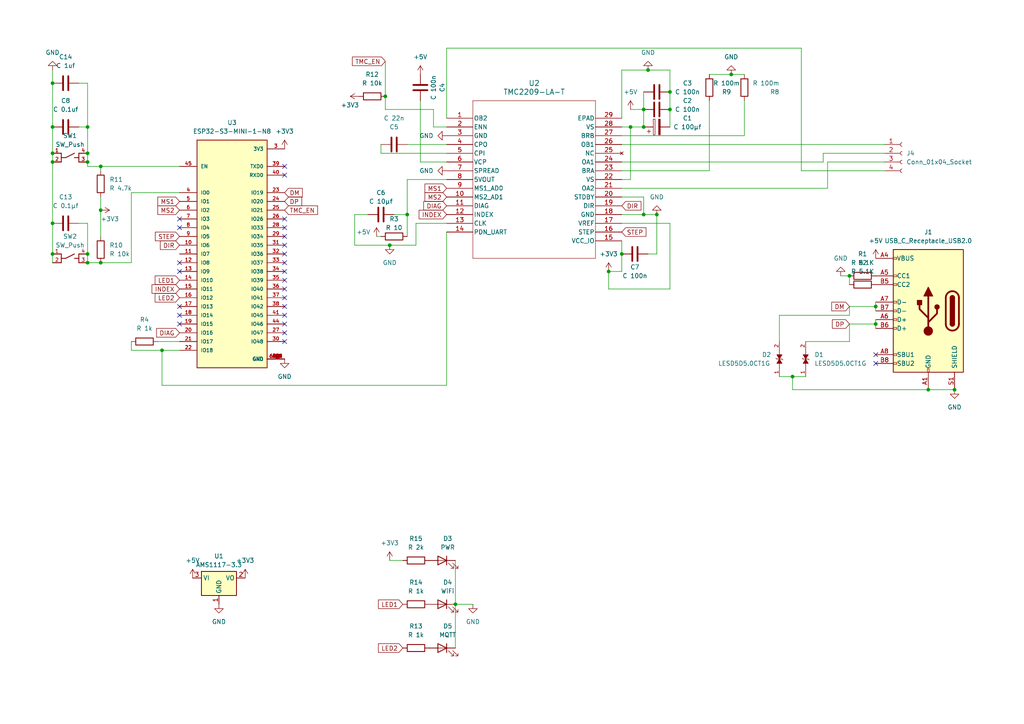
<source format=kicad_sch>
(kicad_sch (version 20230121) (generator eeschema)
  (paper "A4")
  (title_block (title "ESP 32 stepper motor driver") (date "2025-03-13") (rev "0.1"))
  (lib_symbols
    (symbol "Connector:Conn_01x04_Socket" (pin_names (offset 1.016) hide)
      (property "Reference" "J" (at 0 5.08 0))
      (property "Value" "Conn_01x04_Socket" (at 0 -7.62 0))
      (symbol "Conn_01x04_Socket_1_1"
        (arc (start 0 -4.572) (mid -0.5058 -5.08) (end 0 -5.588) (stroke (width 0.1524)))
        (arc (start 0 -2.032) (mid -0.5058 -2.54) (end 0 -3.048) (stroke (width 0.1524)))
        (polyline (pts (xy -1.27 -5.08) (xy -0.508 -5.08)) (stroke (width 0.1524)))
        (polyline (pts (xy -1.27 -2.54) (xy -0.508 -2.54)) (stroke (width 0.1524)))
        (polyline (pts (xy -1.27 0) (xy -0.508 0)) (stroke (width 0.1524)))
        (polyline (pts (xy -1.27 2.54) (xy -0.508 2.54)) (stroke (width 0.1524)))
        (arc (start 0 0.508) (mid -0.5058 0) (end 0 -0.508) (stroke (width 0.1524)))
        (arc (start 0 3.048) (mid -0.5058 2.54) (end 0 2.032) (stroke (width 0.1524)))
        (pin passive line (at -5.08 2.54 0) (length 3.81) (name "Pin_1") (number "1"))
        (pin passive line (at -5.08 0 0) (length 3.81) (name "Pin_2") (number "2"))
        (pin passive line (at -5.08 -2.54 0) (length 3.81) (name "Pin_3") (number "3"))
        (pin passive line (at -5.08 -5.08 0) (length 3.81) (name "Pin_4") (number "4"))
      )
    )
    (symbol "Connector:USB_C_Receptacle_USB2.0" (pin_names (offset 1.016))
      (property "Reference" "J" (at -10.16 19.05 0))
      (property "Value" "USB_C_Receptacle_USB2.0" (at 19.05 19.05 0))
      (symbol "USB_C_Receptacle_USB2.0_0_0"
        (rectangle (start -0.254 -17.78) (end 0.254 -16.764))
        (rectangle (start 10.16 -14.986) (end 9.144 -15.494))
        (rectangle (start 10.16 -12.446) (end 9.144 -12.954))
        (rectangle (start 10.16 -4.826) (end 9.144 -5.334))
        (rectangle (start 10.16 -2.286) (end 9.144 -2.794))
        (rectangle (start 10.16 0.254) (end 9.144 -0.254))
        (rectangle (start 10.16 2.794) (end 9.144 2.286))
        (rectangle (start 10.16 7.874) (end 9.144 7.366))
        (rectangle (start 10.16 10.414) (end 9.144 9.906))
        (rectangle (start 10.16 15.494) (end 9.144 14.986))
      )
      (symbol "USB_C_Receptacle_USB2.0_0_1"
        (rectangle (start -10.16 17.78) (end 10.16 -17.78) (stroke (width 0.254)) (fill (type background)))
        (arc (start -8.89 -3.81) (mid -6.985 -5.7067) (end -5.08 -3.81) (stroke (width 0.508)))
        (arc (start -7.62 -3.81) (mid -6.985 -4.4423) (end -6.35 -3.81) (stroke (width 0.254)))
        (arc (start -7.62 -3.81) (mid -6.985 -4.4423) (end -6.35 -3.81) (stroke (width 0.254)) (fill (type outline)))
        (rectangle (start -7.62 -3.81) (end -6.35 3.81) (stroke (width 0.254)) (fill (type outline)))
        (arc (start -6.35 3.81) (mid -6.985 4.4423) (end -7.62 3.81) (stroke (width 0.254)))
        (arc (start -6.35 3.81) (mid -6.985 4.4423) (end -7.62 3.81) (stroke (width 0.254)) (fill (type outline)))
        (arc (start -5.08 3.81) (mid -6.985 5.7067) (end -8.89 3.81) (stroke (width 0.508)))
        (circle (center -2.54 1.143) (radius 0.635) (stroke (width 0.254)) (fill (type outline)))
        (circle (center 0 -5.842) (radius 1.27) (fill (type outline)))
        (polyline (pts (xy -8.89 -3.81) (xy -8.89 3.81)) (stroke (width 0.508)))
        (polyline (pts (xy -5.08 3.81) (xy -5.08 -3.81)) (stroke (width 0.508)))
        (polyline (pts (xy 0 -5.842) (xy 0 4.318)) (stroke (width 0.508)))
        (polyline (pts (xy 0 -3.302) (xy -2.54 -0.762) (xy -2.54 0.508)) (stroke (width 0.508)))
        (polyline (pts (xy 0 -2.032) (xy 2.54 0.508) (xy 2.54 1.778)) (stroke (width 0.508)))
        (polyline (pts (xy -1.27 4.318) (xy 0 6.858) (xy 1.27 4.318) (xy -1.27 4.318)) (stroke (width 0.254)) (fill (type outline)))
        (rectangle (start 1.905 1.778) (end 3.175 3.048) (stroke (width 0.254)) (fill (type outline)))
      )
      (symbol "USB_C_Receptacle_USB2.0_1_1"
        (pin passive line (at 0 -22.86 90) (length 5.08) (name "GND") (number "A1"))
        (pin passive line (at 0 -22.86 90) (length 5.08) hide (name "GND") (number "A12"))
        (pin passive line (at 15.24 15.24 180) (length 5.08) (name "VBUS") (number "A4"))
        (pin bidirectional line (at 15.24 10.16 180) (length 5.08) (name "CC1") (number "A5"))
        (pin bidirectional line (at 15.24 -2.54 180) (length 5.08) (name "D+") (number "A6"))
        (pin bidirectional line (at 15.24 2.54 180) (length 5.08) (name "D-") (number "A7"))
        (pin bidirectional line (at 15.24 -12.7 180) (length 5.08) (name "SBU1") (number "A8"))
        (pin passive line (at 15.24 15.24 180) (length 5.08) hide (name "VBUS") (number "A9"))
        (pin passive line (at 0 -22.86 90) (length 5.08) hide (name "GND") (number "B1"))
        (pin passive line (at 0 -22.86 90) (length 5.08) hide (name "GND") (number "B12"))
        (pin passive line (at 15.24 15.24 180) (length 5.08) hide (name "VBUS") (number "B4"))
        (pin bidirectional line (at 15.24 7.62 180) (length 5.08) (name "CC2") (number "B5"))
        (pin bidirectional line (at 15.24 -5.08 180) (length 5.08) (name "D+") (number "B6"))
        (pin bidirectional line (at 15.24 0 180) (length 5.08) (name "D-") (number "B7"))
        (pin bidirectional line (at 15.24 -15.24 180) (length 5.08) (name "SBU2") (number "B8"))
        (pin passive line (at 15.24 15.24 180) (length 5.08) hide (name "VBUS") (number "B9"))
        (pin passive line (at -7.62 -22.86 90) (length 5.08) (name "SHIELD") (number "S1"))
      )
    )
    (symbol "Device:C" (pin_numbers hide) (pin_names (offset 0.254))
      (property "Reference" "C" (at 0.635 2.54 0))
      (property "Value" "C" (at 0.635 -2.54 0))
      (symbol "C_0_1"
        (polyline (pts (xy -2.032 -0.762) (xy 2.032 -0.762)) (stroke (width 0.508)))
        (polyline (pts (xy -2.032 0.762) (xy 2.032 0.762)) (stroke (width 0.508)))
      )
      (symbol "C_1_1"
        (pin passive line (at 0 3.81 270) (length 2.794) (name "~") (number "1"))
        (pin passive line (at 0 -3.81 90) (length 2.794) (name "~") (number "2"))
      )
    )
    (symbol "Device:C_Polarized" (pin_numbers hide) (pin_names (offset 0.254))
      (property "Reference" "C" (at 0.635 2.54 0))
      (property "Value" "C_Polarized" (at 0.635 -2.54 0))
      (symbol "C_Polarized_0_1"
        (rectangle (start -2.286 0.508) (end 2.286 1.016))
        (polyline (pts (xy -1.778 2.286) (xy -0.762 2.286)))
        (polyline (pts (xy -1.27 2.794) (xy -1.27 1.778)))
        (rectangle (start 2.286 -0.508) (end -2.286 -1.016) (fill (type outline)))
      )
      (symbol "C_Polarized_1_1"
        (pin passive line (at 0 3.81 270) (length 2.794) (name "~") (number "1"))
        (pin passive line (at 0 -3.81 90) (length 2.794) (name "~") (number "2"))
      )
    )
    (symbol "Device:LED" (pin_numbers hide) (pin_names (offset 1.016) hide)
      (property "Reference" "D" (at 0 2.54 0))
      (property "Value" "LED" (at 0 -2.54 0))
      (symbol "LED_0_1"
        (polyline (pts (xy -1.27 -1.27) (xy -1.27 1.27)) (stroke (width 0.254)))
        (polyline (pts (xy -1.27 0) (xy 1.27 0)))
        (polyline (pts (xy 1.27 -1.27) (xy 1.27 1.27) (xy -1.27 0) (xy 1.27 -1.27)) (stroke (width 0.254)))
        (polyline (pts (xy -3.048 -0.762) (xy -4.572 -2.286) (xy -3.81 -2.286) (xy -4.572 -2.286) (xy -4.572 -1.524)))
        (polyline (pts (xy -1.778 -0.762) (xy -3.302 -2.286) (xy -2.54 -2.286) (xy -3.302 -2.286) (xy -3.302 -1.524)))
      )
      (symbol "LED_1_1"
        (pin passive line (at -3.81 0 0) (length 2.54) (name "K") (number "1"))
        (pin passive line (at 3.81 0 180) (length 2.54) (name "A") (number "2"))
      )
    )
    (symbol "Device:R" (pin_numbers hide) (pin_names (offset 0))
      (property "Reference" "R" (at 2.032 0 90))
      (property "Value" "R" (at 0 0 90))
      (symbol "R_0_1"
        (rectangle (start -1.016 -2.54) (end 1.016 2.54) (stroke (width 0.254)))
      )
      (symbol "R_1_1"
        (pin passive line (at 0 3.81 270) (length 1.27) (name "~") (number "1"))
        (pin passive line (at 0 -3.81 90) (length 1.27) (name "~") (number "2"))
      )
    )
    (symbol "ExtraSymbolsSproxx:ESP32-S3-MINI-1-N8" (pin_names (offset 1.016))
      (property "Reference" "U" (at -10.16 34.29 0))
      (property "Value" "ESP32-S3-MINI-1-N8" (at -10.16 -35.56 0))
      (symbol "ESP32-S3-MINI-1-N8_0_0"
        (rectangle (start -10.16 -33.02) (end 10.16 33.02) (stroke (width 0.254)) (fill (type background)))
        (pin power_in line (at 15.24 -30.48 180) (length 5.08) (name "GND") (number "1"))
        (pin bidirectional line (at -15.24 2.54 0) (length 5.08) (name "IO6") (number "10"))
        (pin bidirectional line (at -15.24 0 0) (length 5.08) (name "IO7") (number "11"))
        (pin bidirectional line (at -15.24 -2.54 0) (length 5.08) (name "IO8") (number "12"))
        (pin bidirectional line (at -15.24 -5.08 0) (length 5.08) (name "IO9") (number "13"))
        (pin bidirectional line (at -15.24 -7.62 0) (length 5.08) (name "IO10") (number "14"))
        (pin bidirectional line (at -15.24 -10.16 0) (length 5.08) (name "IO11") (number "15"))
        (pin bidirectional line (at -15.24 -12.7 0) (length 5.08) (name "IO12") (number "16"))
        (pin bidirectional line (at -15.24 -15.24 0) (length 5.08) (name "IO13") (number "17"))
        (pin bidirectional line (at -15.24 -17.78 0) (length 5.08) (name "IO14") (number "18"))
        (pin bidirectional line (at -15.24 -20.32 0) (length 5.08) (name "IO15") (number "19"))
        (pin power_in line (at 15.24 -30.48 180) (length 5.08) (name "GND") (number "2"))
        (pin bidirectional line (at -15.24 -22.86 0) (length 5.08) (name "IO16") (number "20"))
        (pin bidirectional line (at -15.24 -25.4 0) (length 5.08) (name "IO17") (number "21"))
        (pin bidirectional line (at -15.24 -27.94 0) (length 5.08) (name "IO18") (number "22"))
        (pin bidirectional line (at 15.24 17.78 180) (length 5.08) (name "IO19") (number "23"))
        (pin bidirectional line (at 15.24 15.24 180) (length 5.08) (name "IO20") (number "24"))
        (pin bidirectional line (at 15.24 12.7 180) (length 5.08) (name "IO21") (number "25"))
        (pin bidirectional line (at 15.24 10.16 180) (length 5.08) (name "IO26") (number "26"))
        (pin bidirectional line (at 15.24 -22.86 180) (length 5.08) (name "IO47") (number "27"))
        (pin bidirectional line (at 15.24 7.62 180) (length 5.08) (name "IO33") (number "28"))
        (pin bidirectional line (at 15.24 5.08 180) (length 5.08) (name "IO34") (number "29"))
        (pin power_in line (at 15.24 30.48 180) (length 5.08) (name "3V3") (number "3"))
        (pin bidirectional line (at 15.24 -25.4 180) (length 5.08) (name "IO48") (number "30"))
        (pin bidirectional line (at 15.24 2.54 180) (length 5.08) (name "IO35") (number "31"))
        (pin bidirectional line (at 15.24 0 180) (length 5.08) (name "IO36") (number "32"))
        (pin bidirectional line (at 15.24 -2.54 180) (length 5.08) (name "IO37") (number "33"))
        (pin bidirectional line (at 15.24 -5.08 180) (length 5.08) (name "IO38") (number "34"))
        (pin bidirectional line (at 15.24 -7.62 180) (length 5.08) (name "IO39") (number "35"))
        (pin bidirectional line (at 15.24 -10.16 180) (length 5.08) (name "IO40") (number "36"))
        (pin bidirectional line (at 15.24 -12.7 180) (length 5.08) (name "IO41") (number "37"))
        (pin bidirectional line (at 15.24 -15.24 180) (length 5.08) (name "IO42") (number "38"))
        (pin bidirectional line (at 15.24 25.4 180) (length 5.08) (name "TXD0") (number "39"))
        (pin bidirectional line (at -15.24 17.78 0) (length 5.08) (name "IO0") (number "4"))
        (pin bidirectional line (at 15.24 22.86 180) (length 5.08) (name "RXD0") (number "40"))
        (pin bidirectional line (at 15.24 -17.78 180) (length 5.08) (name "IO45") (number "41"))
        (pin power_in line (at 15.24 -30.48 180) (length 5.08) (name "GND") (number "42"))
        (pin power_in line (at 15.24 -30.48 180) (length 5.08) (name "GND") (number "43"))
        (pin bidirectional line (at 15.24 -20.32 180) (length 5.08) (name "IO46") (number "44"))
        (pin input line (at -15.24 25.4 0) (length 5.08) (name "EN") (number "45"))
        (pin power_in line (at 15.24 -30.48 180) (length 5.08) (name "GND") (number "46"))
        (pin power_in line (at 15.24 -30.48 180) (length 5.08) (name "GND") (number "47"))
        (pin power_in line (at 15.24 -30.48 180) (length 5.08) (name "GND") (number "48"))
        (pin power_in line (at 15.24 -30.48 180) (length 5.08) (name "GND") (number "49"))
        (pin bidirectional line (at -15.24 15.24 0) (length 5.08) (name "IO1") (number "5"))
        (pin power_in line (at 15.24 -30.48 180) (length 5.08) (name "GND") (number "50"))
        (pin power_in line (at 15.24 -30.48 180) (length 5.08) (name "GND") (number "51"))
        (pin power_in line (at 15.24 -30.48 180) (length 5.08) (name "GND") (number "52"))
        (pin power_in line (at 15.24 -30.48 180) (length 5.08) (name "GND") (number "53"))
        (pin power_in line (at 15.24 -30.48 180) (length 5.08) (name "GND") (number "54"))
        (pin power_in line (at 15.24 -30.48 180) (length 5.08) (name "GND") (number "55"))
        (pin power_in line (at 15.24 -30.48 180) (length 5.08) (name "GND") (number "56"))
        (pin power_in line (at 15.24 -30.48 180) (length 5.08) (name "GND") (number "57"))
        (pin power_in line (at 15.24 -30.48 180) (length 5.08) (name "GND") (number "58"))
        (pin power_in line (at 15.24 -30.48 180) (length 5.08) (name "GND") (number "59"))
        (pin bidirectional line (at -15.24 12.7 0) (length 5.08) (name "IO2") (number "6"))
        (pin power_in line (at 15.24 -30.48 180) (length 5.08) (name "GND") (number "60"))
        (pin power_in line (at 15.24 -30.48 180) (length 5.08) (name "GND") (number "61"))
        (pin power_in line (at 15.24 -30.48 180) (length 5.08) (name "GND") (number "61_1"))
        (pin power_in line (at 15.24 -30.48 180) (length 5.08) (name "GND") (number "61_2"))
        (pin power_in line (at 15.24 -30.48 180) (length 5.08) (name "GND") (number "61_3"))
        (pin power_in line (at 15.24 -30.48 180) (length 5.08) (name "GND") (number "61_4"))
        (pin power_in line (at 15.24 -30.48 180) (length 5.08) (name "GND") (number "61_5"))
        (pin power_in line (at 15.24 -30.48 180) (length 5.08) (name "GND") (number "61_6"))
        (pin power_in line (at 15.24 -30.48 180) (length 5.08) (name "GND") (number "61_7"))
        (pin power_in line (at 15.24 -30.48 180) (length 5.08) (name "GND") (number "61_8"))
        (pin power_in line (at 15.24 -30.48 180) (length 5.08) (name "GND") (number "62"))
        (pin power_in line (at 15.24 -30.48 180) (length 5.08) (name "GND") (number "63"))
        (pin power_in line (at 15.24 -30.48 180) (length 5.08) (name "GND") (number "64"))
        (pin power_in line (at 15.24 -30.48 180) (length 5.08) (name "GND") (number "65"))
        (pin bidirectional line (at -15.24 10.16 0) (length 5.08) (name "IO3") (number "7"))
        (pin bidirectional line (at -15.24 7.62 0) (length 5.08) (name "IO4") (number "8"))
        (pin bidirectional line (at -15.24 5.08 0) (length 5.08) (name "IO5") (number "9"))
      )
    )
    (symbol "ExtraSymbolsSproxx:LESD5D5.0CT1G" (pin_names (offset 1.016))
      (property "Reference" "D" (at -5.08 2.54 0))
      (property "Value" "LESD5D5.0CT1G" (at -5.08 -5.08 0))
      (symbol "LESD5D5.0CT1G_0_0"
        (polyline (pts (xy -1.27 0) (xy -2.54 0)) (stroke (width 0.1524)))
        (polyline (pts (xy 0 -0.762) (xy -0.254 -1.016)) (stroke (width 0.1524)))
        (polyline (pts (xy 0 -0.762) (xy 0 0.762)) (stroke (width 0.1524)))
        (polyline (pts (xy 0 0.762) (xy 0.254 1.016)) (stroke (width 0.1524)))
        (polyline (pts (xy 1.27 0) (xy 2.54 0)) (stroke (width 0.1524)))
        (polyline (pts (xy 0 0) (xy -1.27 -0.762) (xy -1.27 0.762) (xy 0 0)) (stroke (width 0.1524)) (fill (type outline)))
        (polyline (pts (xy 0 0) (xy 1.27 0.762) (xy 1.27 -0.762) (xy 0 0)) (stroke (width 0.1524)) (fill (type outline)))
        (pin passive line (at -5.08 0 0) (length 2.54) (name "~") (number "1"))
        (pin passive line (at 5.08 0 180) (length 2.54) (name "~") (number "2"))
      )
    )
    (symbol "ExtraSymbolsSproxx:PTS810_SJM_250_SMTR_LFS" (pin_names (offset 1.016))
      (property "Reference" "SW" (at -3.81 1.27 0))
      (property "Value" "PTS810_SJM_250_SMTR_LFS" (at -5.08 -6.35 0))
      (symbol "PTS810_SJM_250_SMTR_LFS_0_0"
        (polyline (pts (xy -2.54 -2.54) (xy -5.08 -2.54)) (stroke (width 0.254)))
        (polyline (pts (xy -2.54 -1.27) (xy -2.54 -2.54)) (stroke (width 0.254)))
        (polyline (pts (xy -2.54 -1.27) (xy -1.27 -1.27)) (stroke (width 0.254)))
        (polyline (pts (xy -2.54 0) (xy -5.08 0)) (stroke (width 0.254)))
        (polyline (pts (xy -2.54 0) (xy -2.54 -1.27)) (stroke (width 0.254)))
        (polyline (pts (xy -1.27 -1.27) (xy 1.27 0)) (stroke (width 0.254)))
        (polyline (pts (xy 1.27 -1.27) (xy 2.54 -1.27)) (stroke (width 0.254)))
        (polyline (pts (xy 2.54 -2.54) (xy 5.08 -2.54)) (stroke (width 0.254)))
        (polyline (pts (xy 2.54 -1.27) (xy 2.54 -2.54)) (stroke (width 0.254)))
        (polyline (pts (xy 2.54 0) (xy 2.54 -1.27)) (stroke (width 0.254)))
        (polyline (pts (xy 2.54 0) (xy 5.08 0)) (stroke (width 0.254)))
        (pin passive line (at -5.08 0 0) (length 2.54) (name "~") (number "1"))
        (pin passive line (at -5.08 -2.54 0) (length 2.54) (name "~") (number "2"))
        (pin passive line (at 5.08 -2.54 180) (length 2.54) (name "~") (number "3"))
        (pin passive line (at 5.08 0 180) (length 2.54) (name "~") (number "4"))
      )
    )
    (symbol "ExtraSymbolsSproxx:TMC2209-LA-T" (pin_names (offset 0.254))
      (property "Reference" "U" (at 25.4 10.16 0))
      (property "Value" "TMC2209-LA-T" (at 25.4 7.62 0))
      (symbol "TMC2209-LA-T_0_1"
        (polyline (pts (xy 7.62 -40.64) (xy 43.18 -40.64)) (stroke (width 0.127)))
        (polyline (pts (xy 7.62 5.08) (xy 7.62 -40.64)) (stroke (width 0.127)))
        (polyline (pts (xy 43.18 -40.64) (xy 43.18 5.08)) (stroke (width 0.127)))
        (polyline (pts (xy 43.18 5.08) (xy 7.62 5.08)) (stroke (width 0.127)))
        (pin output line (at 0 0 0) (length 7.62) (name "OB2") (number "1"))
        (pin input line (at 0 -22.86 0) (length 7.62) (name "MS2_AD1") (number "10"))
        (pin output line (at 0 -25.4 0) (length 7.62) (name "DIAG") (number "11"))
        (pin output line (at 0 -27.94 0) (length 7.62) (name "INDEX") (number "12"))
        (pin input line (at 0 -30.48 0) (length 7.62) (name "CLK") (number "13"))
        (pin bidirectional line (at 0 -33.02 0) (length 7.62) (name "PDN_UART") (number "14"))
        (pin power_in line (at 50.8 -35.56 180) (length 7.62) (name "VCC_IO") (number "15"))
        (pin input line (at 50.8 -33.02 180) (length 7.62) (name "STEP") (number "16"))
        (pin input line (at 50.8 -30.48 180) (length 7.62) (name "VREF") (number "17"))
        (pin power_in line (at 50.8 -27.94 180) (length 7.62) (name "GND") (number "18"))
        (pin input line (at 50.8 -25.4 180) (length 7.62) (name "DIR") (number "19"))
        (pin input line (at 0 -2.54 0) (length 7.62) (name "ENN") (number "2"))
        (pin input line (at 50.8 -22.86 180) (length 7.62) (name "STDBY") (number "20"))
        (pin output line (at 50.8 -20.32 180) (length 7.62) (name "OA2") (number "21"))
        (pin power_in line (at 50.8 -17.78 180) (length 7.62) (name "VS") (number "22"))
        (pin unspecified line (at 50.8 -15.24 180) (length 7.62) (name "BRA") (number "23"))
        (pin output line (at 50.8 -12.7 180) (length 7.62) (name "OA1") (number "24"))
        (pin no_connect line (at 50.8 -10.16 180) (length 7.62) (name "NC") (number "25"))
        (pin output line (at 50.8 -7.62 180) (length 7.62) (name "OB1") (number "26"))
        (pin unspecified line (at 50.8 -5.08 180) (length 7.62) (name "BRB") (number "27"))
        (pin power_in line (at 50.8 -2.54 180) (length 7.62) (name "VS") (number "28"))
        (pin unspecified line (at 50.8 0 180) (length 7.62) (name "EPAD") (number "29"))
        (pin power_in line (at 0 -5.08 0) (length 7.62) (name "GND") (number "3"))
        (pin output line (at 0 -7.62 0) (length 7.62) (name "CPO") (number "4"))
        (pin input line (at 0 -10.16 0) (length 7.62) (name "CPI") (number "5"))
        (pin power_in line (at 0 -12.7 0) (length 7.62) (name "VCP") (number "6"))
        (pin input line (at 0 -15.24 0) (length 7.62) (name "SPREAD") (number "7"))
        (pin output line (at 0 -17.78 0) (length 7.62) (name "5VOUT") (number "8"))
        (pin input line (at 0 -20.32 0) (length 7.62) (name "MS1_AD0") (number "9"))
      )
    )
    (symbol "Regulator_Linear:AMS1117-3.3"
      (property "Reference" "U" (at -3.81 3.175 0))
      (property "Value" "AMS1117-3.3" (at 0 3.175 0))
      (symbol "AMS1117-3.3_0_1"
        (rectangle (start -5.08 -5.08) (end 5.08 1.905) (stroke (width 0.254)) (fill (type background)))
      )
      (symbol "AMS1117-3.3_1_1"
        (pin power_in line (at 0 -7.62 90) (length 2.54) (name "GND") (number "1"))
        (pin power_out line (at 7.62 0 180) (length 2.54) (name "VO") (number "2"))
        (pin power_in line (at -7.62 0 0) (length 2.54) (name "VI") (number "3"))
      )
    )
    (symbol "power:+3V3" (power) (pin_names (offset 0))
      (property "Value" "+3V3" (at 0 3.556 0))
      (symbol "+3V3_0_1"
        (polyline (pts (xy -0.762 1.27) (xy 0 2.54)))
        (polyline (pts (xy 0 0) (xy 0 2.54)))
        (polyline (pts (xy 0 2.54) (xy 0.762 1.27)))
      )
      (symbol "+3V3_1_1"
        (pin power_in line (at 0 0 90) (length 0) hide (name "+3V3") (number "1"))
      )
    )
    (symbol "power:+5V" (power) (pin_names (offset 0))
      (property "Value" "+5V" (at 0 3.556 0))
      (symbol "+5V_0_1"
        (polyline (pts (xy -0.762 1.27) (xy 0 2.54)))
        (polyline (pts (xy 0 0) (xy 0 2.54)))
        (polyline (pts (xy 0 2.54) (xy 0.762 1.27)))
      )
      (symbol "+5V_1_1"
        (pin power_in line (at 0 0 90) (length 0) hide (name "+5V") (number "1"))
      )
    )
    (symbol "power:GND" (power) (pin_names (offset 0))
      (property "Value" "GND" (at 0 -3.81 0))
      (symbol "GND_0_1"
        (polyline (pts (xy 0 0) (xy 0 -1.27) (xy 1.27 -1.27) (xy 0 -2.54) (xy -1.27 -1.27) (xy 0 -1.27)))
      )
      (symbol "GND_1_1"
        (pin power_in line (at 0 0 270) (length 0) hide (name "GND") (number "1"))
      )
    )
  )
  (junction (at 25.4 46.99))
  (junction (at 190.5 62.23))
  (junction (at 15.24 44.45))
  (junction (at 194.31 31.75))
  (junction (at 194.31 26.67))
  (junction (at 15.24 73.66))
  (junction (at 187.96 20.32))
  (junction (at 25.4 44.45))
  (junction (at 111.76 27.94))
  (junction (at 176.53 78.74))
  (junction (at 186.69 36.83))
  (junction (at 254 93.98))
  (junction (at 269.24 113.03))
  (junction (at 132.08 175.26))
  (junction (at 15.24 64.77))
  (junction (at 229.87 109.22))
  (junction (at 29.21 48.26))
  (junction (at 113.03 71.12))
  (junction (at 182.88 36.83))
  (junction (at 25.4 73.66))
  (junction (at 180.34 73.66))
  (junction (at 186.69 62.23))
  (junction (at 212.09 21.59))
  (junction (at 186.69 31.75))
  (junction (at 254 88.9))
  (junction (at 118.11 62.23))
  (junction (at 15.24 24.13))
  (junction (at 29.21 60.96))
  (junction (at 15.24 36.83))
  (junction (at 25.4 76.2))
  (junction (at 246.38 80.01))
  (junction (at 15.24 46.99))
  (junction (at 25.4 36.83))
  (junction (at 29.21 76.2))
  (junction (at 46.99 101.6))
  (junction (at 276.86 113.03))
  (no_connect (at 52.07 66.04))
  (no_connect (at 82.55 73.66))
  (no_connect (at 82.55 99.06))
  (no_connect (at 82.55 50.8))
  (no_connect (at 82.55 48.26))
  (no_connect (at 82.55 86.36))
  (no_connect (at 82.55 76.2))
  (no_connect (at 82.55 71.12))
  (no_connect (at 52.07 88.9))
  (no_connect (at 254 102.87))
  (no_connect (at 52.07 63.5))
  (no_connect (at 82.55 93.98))
  (no_connect (at 82.55 78.74))
  (no_connect (at 52.07 76.2))
  (no_connect (at 254 105.41))
  (no_connect (at 82.55 91.44))
  (no_connect (at 82.55 81.28))
  (no_connect (at 52.07 78.74))
  (no_connect (at 82.55 66.04))
  (no_connect (at 82.55 83.82))
  (no_connect (at 82.55 88.9))
  (no_connect (at 52.07 91.44))
  (no_connect (at 52.07 93.98))
  (no_connect (at 82.55 63.5))
  (no_connect (at 82.55 96.52))
  (no_connect (at 82.55 68.58))
  (wire (pts (xy 180.34 57.15) (xy 186.69 57.15)))
  (wire (pts (xy 38.1 55.88) (xy 52.07 55.88)))
  (wire (pts (xy 180.34 20.32) (xy 187.96 20.32)))
  (wire (pts (xy 176.53 83.82) (xy 176.53 78.74)))
  (wire (pts (xy 229.87 109.22) (xy 233.68 109.22)))
  (wire (pts (xy 25.4 48.26) (xy 29.21 48.26)))
  (wire (pts (xy 232.41 49.53) (xy 256.54 49.53)))
  (wire (pts (xy 246.38 88.9) (xy 254 88.9)))
  (wire (pts (xy 111.76 31.75) (xy 111.76 27.94)))
  (wire (pts (xy 29.21 60.96) (xy 29.21 57.15)))
  (wire (pts (xy 118.11 62.23) (xy 118.11 68.58)))
  (wire (pts (xy 180.34 20.32) (xy 180.34 34.29)))
  (wire (pts (xy 38.1 101.6) (xy 38.1 99.06)))
  (wire (pts (xy 110.49 44.45) (xy 129.54 44.45)))
  (wire (pts (xy 25.4 44.45) (xy 25.4 46.99)))
  (wire (pts (xy 176.53 78.74) (xy 180.34 78.74)))
  (wire (pts (xy 120.65 64.77) (xy 129.54 64.77)))
  (wire (pts (xy 137.16 175.26) (xy 132.08 175.26)))
  (wire (pts (xy 190.5 73.66) (xy 187.96 73.66)))
  (wire (pts (xy 212.09 21.59) (xy 205.74 21.59)))
  (wire (pts (xy 25.4 46.99) (xy 25.4 48.26)))
  (wire (pts (xy 233.68 99.06) (xy 246.38 99.06)))
  (wire (pts (xy 38.1 76.2) (xy 38.1 55.88)))
  (wire (pts (xy 46.99 101.6) (xy 46.99 111.76)))
  (wire (pts (xy 129.54 46.99) (xy 121.92 46.99)))
  (wire (pts (xy 194.31 64.77) (xy 194.31 83.82)))
  (wire (pts (xy 15.24 36.83) (xy 15.24 44.45)))
  (wire (pts (xy 45.72 99.06) (xy 52.07 99.06)))
  (wire (pts (xy 25.4 76.2) (xy 29.21 76.2)))
  (wire (pts (xy 129.54 34.29) (xy 129.54 13.97)))
  (wire (pts (xy 246.38 91.44) (xy 246.38 88.9)))
  (wire (pts (xy 180.34 46.99) (xy 238.76 46.99)))
  (wire (pts (xy 15.24 46.99) (xy 15.24 64.77)))
  (wire (pts (xy 25.4 24.13) (xy 22.86 24.13)))
  (wire (pts (xy 186.69 57.15) (xy 186.69 62.23)))
  (wire (pts (xy 229.87 113.03) (xy 229.87 109.22)))
  (wire (pts (xy 29.21 76.2) (xy 38.1 76.2)))
  (wire (pts (xy 125.73 36.83) (xy 125.73 31.75)))
  (wire (pts (xy 15.24 20.32) (xy 15.24 24.13)))
  (wire (pts (xy 246.38 80.01) (xy 246.38 82.55)))
  (wire (pts (xy 15.24 73.66) (xy 15.24 64.77)))
  (wire (pts (xy 238.76 46.99) (xy 238.76 44.45)))
  (wire (pts (xy 190.5 62.23) (xy 190.5 73.66)))
  (wire (pts (xy 132.08 162.56) (xy 132.08 175.26)))
  (wire (pts (xy 114.3 62.23) (xy 118.11 62.23)))
  (wire (pts (xy 22.86 36.83) (xy 25.4 36.83)))
  (wire (pts (xy 46.99 101.6) (xy 38.1 101.6)))
  (wire (pts (xy 118.11 41.91) (xy 129.54 41.91)))
  (wire (pts (xy 129.54 36.83) (xy 125.73 36.83)))
  (wire (pts (xy 25.4 64.77) (xy 22.86 64.77)))
  (wire (pts (xy 254 87.63) (xy 254 88.9)))
  (wire (pts (xy 182.88 36.83) (xy 186.69 36.83)))
  (wire (pts (xy 186.69 26.67) (xy 186.69 31.75)))
  (wire (pts (xy 110.49 41.91) (xy 110.49 44.45)))
  (wire (pts (xy 25.4 36.83) (xy 25.4 44.45)))
  (wire (pts (xy 29.21 48.26) (xy 29.21 49.53)))
  (wire (pts (xy 102.87 71.12) (xy 113.03 71.12)))
  (wire (pts (xy 52.07 101.6) (xy 46.99 101.6)))
  (wire (pts (xy 180.34 62.23) (xy 186.69 62.23)))
  (wire (pts (xy 180.34 36.83) (xy 182.88 36.83)))
  (wire (pts (xy 194.31 26.67) (xy 194.31 31.75)))
  (wire (pts (xy 102.87 62.23) (xy 102.87 71.12)))
  (wire (pts (xy 180.34 64.77) (xy 194.31 64.77)))
  (wire (pts (xy 121.92 46.99) (xy 121.92 29.21)))
  (wire (pts (xy 113.03 162.56) (xy 116.84 162.56)))
  (wire (pts (xy 180.34 39.37) (xy 215.9 39.37)))
  (wire (pts (xy 238.76 44.45) (xy 256.54 44.45)))
  (wire (pts (xy 180.34 73.66) (xy 180.34 78.74)))
  (wire (pts (xy 187.96 20.32) (xy 194.31 20.32)))
  (wire (pts (xy 25.4 64.77) (xy 25.4 73.66)))
  (wire (pts (xy 205.74 49.53) (xy 180.34 49.53)))
  (wire (pts (xy 120.65 71.12) (xy 120.65 64.77)))
  (wire (pts (xy 15.24 44.45) (xy 15.24 46.99)))
  (wire (pts (xy 254 92.71) (xy 254 93.98)))
  (wire (pts (xy 180.34 54.61) (xy 240.03 54.61)))
  (wire (pts (xy 226.06 91.44) (xy 246.38 91.44)))
  (wire (pts (xy 194.31 83.82) (xy 176.53 83.82)))
  (wire (pts (xy 113.03 71.12) (xy 120.65 71.12)))
  (wire (pts (xy 182.88 52.07) (xy 182.88 36.83)))
  (wire (pts (xy 29.21 60.96) (xy 29.21 68.58)))
  (wire (pts (xy 129.54 13.97) (xy 232.41 13.97)))
  (wire (pts (xy 226.06 109.22) (xy 229.87 109.22)))
  (wire (pts (xy 205.74 29.21) (xy 205.74 49.53)))
  (wire (pts (xy 186.69 31.75) (xy 186.69 36.83)))
  (wire (pts (xy 118.11 52.07) (xy 129.54 52.07)))
  (wire (pts (xy 240.03 46.99) (xy 240.03 54.61)))
  (wire (pts (xy 15.24 73.66) (xy 15.24 76.2)))
  (wire (pts (xy 118.11 52.07) (xy 118.11 62.23)))
  (wire (pts (xy 25.4 73.66) (xy 25.4 76.2)))
  (wire (pts (xy 194.31 20.32) (xy 194.31 26.67)))
  (wire (pts (xy 25.4 24.13) (xy 25.4 36.83)))
  (wire (pts (xy 110.49 68.58) (xy 109.22 68.58)))
  (wire (pts (xy 180.34 41.91) (xy 256.54 41.91)))
  (wire (pts (xy 246.38 93.98) (xy 254 93.98)))
  (wire (pts (xy 194.31 31.75) (xy 194.31 36.83)))
  (wire (pts (xy 215.9 21.59) (xy 212.09 21.59)))
  (wire (pts (xy 232.41 13.97) (xy 232.41 49.53)))
  (wire (pts (xy 246.38 80.01) (xy 243.84 80.01)))
  (wire (pts (xy 111.76 17.78) (xy 111.76 27.94)))
  (wire (pts (xy 254 93.98) (xy 254 95.25)))
  (wire (pts (xy 186.69 31.75) (xy 182.88 31.75)))
  (wire (pts (xy 226.06 99.06) (xy 226.06 91.44)))
  (wire (pts (xy 129.54 67.31) (xy 129.54 111.76)))
  (wire (pts (xy 215.9 29.21) (xy 215.9 39.37)))
  (wire (pts (xy 254 88.9) (xy 254 90.17)))
  (wire (pts (xy 246.38 93.98) (xy 246.38 99.06)))
  (wire (pts (xy 180.34 69.85) (xy 180.34 73.66)))
  (wire (pts (xy 29.21 48.26) (xy 52.07 48.26)))
  (wire (pts (xy 186.69 62.23) (xy 190.5 62.23)))
  (wire (pts (xy 132.08 175.26) (xy 132.08 187.96)))
  (wire (pts (xy 106.68 62.23) (xy 102.87 62.23)))
  (wire (pts (xy 46.99 111.76) (xy 129.54 111.76)))
  (wire (pts (xy 269.24 113.03) (xy 229.87 113.03)))
  (wire (pts (xy 269.24 113.03) (xy 276.86 113.03)))
  (wire (pts (xy 180.34 52.07) (xy 182.88 52.07)))
  (wire (pts (xy 125.73 31.75) (xy 111.76 31.75)))
  (wire (pts (xy 256.54 46.99) (xy 240.03 46.99)))
  (wire (pts (xy 15.24 24.13) (xy 15.24 36.83)))
  (global_label "DM" (shape input) (at 82.55 55.88 0) (property "Intersheetrefs" "${INTERSHEET_REFS}" (effects hide)))
  (global_label "INDEX" (shape input) (at 52.07 83.82 180) (property "Intersheetrefs" "${INTERSHEET_REFS}" (effects hide)))
  (global_label "DP" (shape input) (at 82.55 58.42 0) (property "Intersheetrefs" "${INTERSHEET_REFS}" (effects hide)))
  (global_label "TMC_EN" (shape input) (at 111.76 17.78 180) (property "Intersheetrefs" "${INTERSHEET_REFS}" (effects hide)))
  (global_label "DIR" (shape input) (at 180.34 59.69 0) (property "Intersheetrefs" "${INTERSHEET_REFS}" (effects hide)))
  (global_label "LED1" (shape input) (at 116.84 175.26 180) (property "Intersheetrefs" "${INTERSHEET_REFS}" (effects hide)))
  (global_label "INDEX" (shape input) (at 129.54 62.23 180) (property "Intersheetrefs" "${INTERSHEET_REFS}" (effects hide)))
  (global_label "DIR" (shape input) (at 52.07 71.12 180) (property "Intersheetrefs" "${INTERSHEET_REFS}" (effects hide)))
  (global_label "MS2" (shape input) (at 129.54 57.15 180) (property "Intersheetrefs" "${INTERSHEET_REFS}" (effects hide)))
  (global_label "DIAG" (shape input) (at 129.54 59.69 180) (property "Intersheetrefs" "${INTERSHEET_REFS}" (effects hide)))
  (global_label "LED2" (shape input) (at 116.84 187.96 180) (property "Intersheetrefs" "${INTERSHEET_REFS}" (effects hide)))
  (global_label "MS1" (shape input) (at 52.07 58.42 180) (property "Intersheetrefs" "${INTERSHEET_REFS}" (effects hide)))
  (global_label "LED2" (shape input) (at 52.07 86.36 180) (property "Intersheetrefs" "${INTERSHEET_REFS}" (effects hide)))
  (global_label "TMC_EN" (shape input) (at 82.55 60.96 0) (property "Intersheetrefs" "${INTERSHEET_REFS}" (effects hide)))
  (global_label "MS2" (shape input) (at 52.07 60.96 180) (property "Intersheetrefs" "${INTERSHEET_REFS}" (effects hide)))
  (global_label "STEP" (shape input) (at 180.34 67.31 0) (property "Intersheetrefs" "${INTERSHEET_REFS}" (effects hide)))
  (global_label "STEP" (shape input) (at 52.07 68.58 180) (property "Intersheetrefs" "${INTERSHEET_REFS}" (effects hide)))
  (global_label "DP" (shape input) (at 246.38 93.98 180) (property "Intersheetrefs" "${INTERSHEET_REFS}" (effects hide)))
  (global_label "MS1" (shape input) (at 129.54 54.61 180) (property "Intersheetrefs" "${INTERSHEET_REFS}" (effects hide)))
  (global_label "DIAG" (shape input) (at 52.07 96.52 180) (property "Intersheetrefs" "${INTERSHEET_REFS}" (effects hide)))
  (global_label "LED1" (shape input) (at 52.07 81.28 180) (property "Intersheetrefs" "${INTERSHEET_REFS}" (effects hide)))
  (global_label "DM" (shape input) (at 246.38 88.9 180) (property "Intersheetrefs" "${INTERSHEET_REFS}" (effects hide)))
  (symbol (lib_id "Device:R") (at 29.21 53.34 0) (unit 1)
    (property "Reference" "R11" (at 31.75 52.07 0) (effects (justify left)))
    (property "Value" "R 4.7k" (at 31.75 54.61 0) (effects (justify left)))
    (property "Footprint" "Resistor_SMD:R_0603_1608Metric" (effects hide))
  )
  (symbol (lib_id "Device:C") (at 121.92 25.4 180) (unit 1)
    (property "Reference" "C4" (at 128.27 25.4 90))
    (property "Value" "C 100n" (at 125.73 25.4 90))
    (property "Footprint" "ExtraModulesSproxx:Capacitor 0805" (effects hide))
  )
  (symbol (lib_id "power:+5V") (at 121.92 21.59 0) (unit 1)
    (property "Reference" "#PWR015" (effects hide))
    (property "Value" "+5V" (at 121.92 16.51 0))
  )
  (symbol (lib_id "Device:LED") (at 128.27 162.56 0) (mirror y) (unit 1)
    (property "Reference" "D3" (at 129.8575 156.21 0))
    (property "Value" "PWR" (at 129.8575 158.75 0))
    (property "Footprint" "LED_SMD:LED_0603_1608Metric" (effects hide))
  )
  (symbol (lib_id "Device:R") (at 250.19 80.01 90) (mirror x) (unit 1)
    (property "Reference" "R1" (at 250.19 73.66 90))
    (property "Value" "R 5.1K" (at 250.19 76.2 90))
    (property "Footprint" "Resistor_SMD:R_0603_1608Metric" (effects hide))
  )
  (symbol (lib_id "power:+3V3") (at 176.53 78.74 0) (unit 1)
    (property "Reference" "#PWR07" (effects hide))
    (property "Value" "+3V3" (at 176.53 73.66 0))
  )
  (symbol (lib_id "Device:R") (at 205.74 25.4 180) (unit 1)
    (property "Reference" "R9" (at 212.09 26.67 0) (effects (justify left)))
    (property "Value" "R 100m" (at 214.63 24.13 0) (effects (justify left)))
    (property "Footprint" "Resistor_SMD:R_1206_3216Metric" (effects hide))
  )
  (symbol (lib_id "Device:R") (at 120.65 187.96 270) (unit 1)
    (property "Reference" "R13" (at 120.65 181.61 90))
    (property "Value" "R 1k" (at 120.65 184.15 90))
    (property "Footprint" "Resistor_SMD:R_0603_1608Metric" (effects hide))
  )
  (symbol (lib_id "power:GND") (at 212.09 21.59 180) (unit 1)
    (property "Reference" "#PWR010" (effects hide))
    (property "Value" "GND" (at 212.09 16.51 0))
  )
  (symbol (lib_id "Device:C") (at 19.05 36.83 270) (unit 1)
    (property "Reference" "C8" (at 19.05 29.21 90))
    (property "Value" "C 0.1uf" (at 19.05 31.75 90))
    (property "Footprint" "ExtraModulesSproxx:Capacitor 0805" (effects hide))
  )
  (symbol (lib_id "Device:LED") (at 128.27 175.26 0) (mirror y) (unit 1)
    (property "Reference" "D4" (at 129.8575 168.91 0))
    (property "Value" "WiFi" (at 129.8575 171.45 0))
    (property "Footprint" "LED_SMD:LED_0603_1608Metric" (effects hide))
  )
  (symbol (lib_id "power:GND") (at 187.96 20.32 180) (unit 1)
    (property "Reference" "#PWR017" (effects hide))
    (property "Value" "GND" (at 187.96 15.24 0))
  )
  (symbol (lib_id "Device:R") (at 120.65 162.56 270) (unit 1)
    (property "Reference" "R15" (at 120.65 156.21 90))
    (property "Value" "R 2k" (at 120.65 158.75 90))
    (property "Footprint" "Resistor_SMD:R_0603_1608Metric" (effects hide))
  )
  (symbol (lib_id "power:GND") (at 129.54 49.53 270) (unit 1)
    (property "Reference" "#PWR020" (effects hide))
    (property "Value" "GND" (at 125.73 49.53 90) (effects (justify right)))
  )
  (symbol (lib_id "Device:R") (at 29.21 72.39 180) (unit 1)
    (property "Reference" "R10" (at 31.75 71.12 0) (effects (justify right)))
    (property "Value" "R 10k" (at 31.75 73.66 0) (effects (justify right)))
    (property "Footprint" "Resistor_SMD:R_0603_1608Metric" (effects hide))
  )
  (symbol (lib_id "ExtraSymbolsSproxx:LESD5D5.0CT1G") (at 226.06 104.14 90) (unit 1)
    (property "Reference" "D2" (at 220.98 102.87 90) (effects (justify right)))
    (property "Value" "LESD5D5.0CT1G" (at 208.28 105.41 90) (effects (justify right)))
    (property "Footprint" "ExtraModulesSproxx:TVS_LESD5D5.0CT1G" (effects hide))
    (property "MF" "Leshan Radio Co." (effects hide))
    (property "MAXIMUM_PACKAGE_HEIGHT" "0.7 mm" (effects hide))
    (property "Package" "None" (effects hide))
    (property "Price" "None" (effects hide))
    (property "Check_prices" "https://www.snapeda.com/parts/LESD5D5.0CT1G/Leshan+Radio/view-part/?ref=eda" (effects hide))
    (property "STANDARD" "Manufacturer Recommendations" (effects hide))
    (property "PARTREV" "O" (effects hide))
    (property "SnapEDA_Link" "https://www.snapeda.com/parts/LESD5D5.0CT1G/Leshan+Radio/view-part/?ref=snap" (effects hide))
    (property "MP" "LESD5D5.0CT1G" (effects hide))
    (property "Description" "\n                        \n                            Transient Voltage Suppressors for ESD Protection\n                        \n" (effects hide))
    (property "Availability" "In Stock" (effects hide))
    (property "MANUFACTURER" "LRC" (effects hide))
  )
  (symbol (lib_id "Device:R") (at 107.95 27.94 270) (unit 1)
    (property "Reference" "R12" (at 107.95 21.59 90))
    (property "Value" "R 10k" (at 107.95 24.13 90))
    (property "Footprint" "Resistor_SMD:R_0603_1608Metric" (effects hide))
  )
  (symbol (lib_id "power:GND") (at 82.55 104.14 0) (unit 1)
    (property "Reference" "#PWR01" (effects hide))
    (property "Value" "GND" (at 82.55 109.22 0))
  )
  (symbol (lib_id "Device:C") (at 114.3 41.91 90) (unit 1)
    (property "Reference" "C5" (at 114.3 36.83 90))
    (property "Value" "C 22n" (at 114.3 34.29 90))
    (property "Footprint" "ExtraModulesSproxx:Capacitor 0402" (effects hide))
  )
  (symbol (lib_id "power:GND") (at 276.86 113.03 0) (mirror y) (unit 1)
    (property "Reference" "#PWR019" (effects hide))
    (property "Value" "GND" (at 276.86 118.11 0))
  )
  (symbol (lib_id "Regulator_Linear:AMS1117-3.3") (at 63.5 167.64 0) (unit 1)
    (property "Reference" "U1" (at 63.5 161.29 0))
    (property "Value" "AMS1117-3.3" (at 63.5 163.83 0))
    (property "Footprint" "Package_TO_SOT_SMD:SOT-223-3_TabPin2" (effects hide))
    (property "Datasheet" "http://www.advanced-monolithic.com/pdf/ds1117.pdf" (effects hide))
  )
  (symbol (lib_id "ExtraSymbolsSproxx:PTS810_SJM_250_SMTR_LFS") (at 20.32 44.45 0) (unit 1)
    (property "Reference" "SW1" (at 20.32 39.37 0))
    (property "Value" "SW_Push" (at 20.32 41.91 0))
    (property "Footprint" "ExtraModulesSproxx:SW_PTS810_SJM_250_SMTR_LFS" (effects hide))
    (property "MF" "C&K" (effects hide))
    (property "Description" "\n                        \n                            Tactile Switch SPST-NO Top Actuated Surface Mount\n                        \n" (effects hide))
    (property "Package" "None" (effects hide))
    (property "Price" "None" (effects hide))
    (property "Check_prices" "https://www.snapeda.com/parts/PTS810%20SJM%20250%20SMTR%20LFS/C%2526K/view-part/?ref=eda" (effects hide))
    (property "STANDARD" "Manufacturer Recommendations" (effects hide))
    (property "SnapEDA_Link" "https://www.snapeda.com/parts/PTS810%20SJM%20250%20SMTR%20LFS/C%2526K/view-part/?ref=snap" (effects hide))
    (property "MP" "PTS810 SJM 250 SMTR LFS" (effects hide))
    (property "Availability" "In Stock" (effects hide))
    (property "MANUFACTURER" "CnK" (effects hide))
  )
  (symbol (lib_id "power:GND") (at 15.24 20.32 0) (mirror x) (unit 1)
    (property "Reference" "#PWR06" (effects hide))
    (property "Value" "GND" (at 15.24 15.24 0))
  )
  (symbol (lib_id "Device:C") (at 110.49 62.23 270) (unit 1)
    (property "Reference" "C6" (at 110.49 55.88 90))
    (property "Value" "C 10μf" (at 110.49 58.42 90))
    (property "Footprint" "ExtraModulesSproxx:C 0603" (effects hide))
  )
  (symbol (lib_id "Device:C") (at 190.5 26.67 270) (unit 1)
    (property "Reference" "C3" (at 199.39 24.13 90))
    (property "Value" "C 100n" (at 199.39 26.67 90))
    (property "Footprint" "ExtraModulesSproxx:Capacitor 0805" (effects hide))
  )
  (symbol (lib_id "Device:C_Polarized") (at 190.5 36.83 90) (unit 1)
    (property "Reference" "C1" (at 199.39 34.29 90))
    (property "Value" "C 100μf" (at 199.39 36.83 90))
    (property "Footprint" "Capacitor_SMD:CP_Elec_6.3x7.7" (effects hide))
  )
  (symbol (lib_id "ExtraSymbolsSproxx:TMC2209-LA-T") (at 129.54 34.29 0) (unit 1)
    (property "Reference" "U2" (at 154.94 24.13 0) (effects (font (size 1.524 1.524))))
    (property "Value" "TMC2209-LA-T" (at 154.94 26.67 0) (effects (font (size 1.524 1.524))))
    (property "Footprint" "QFN28_5X5_3X8_EPAD_TRI" (effects hide))
    (property "Datasheet" "TMC2209-LA-T" (effects hide))
  )
  (symbol (lib_id "Device:R") (at 120.65 175.26 270) (unit 1)
    (property "Reference" "R14" (at 120.65 168.91 90))
    (property "Value" "R 1k" (at 120.65 171.45 90))
    (property "Footprint" "Resistor_SMD:R_0603_1608Metric" (effects hide))
  )
  (symbol (lib_id "power:+3V3") (at 82.55 43.18 0) (unit 1)
    (property "Reference" "#PWR04" (effects hide))
    (property "Value" "+3V3" (at 82.55 38.1 0))
  )
  (symbol (lib_id "Device:C") (at 190.5 31.75 270) (unit 1)
    (property "Reference" "C2" (at 199.39 29.21 90))
    (property "Value" "C 100n" (at 199.39 31.75 90))
    (property "Footprint" "ExtraModulesSproxx:Capacitor 0805" (effects hide))
  )
  (symbol (lib_id "ExtraSymbolsSproxx:ESP32-S3-MINI-1-N8") (at 67.31 73.66 0) (unit 1)
    (property "Reference" "U3" (at 67.31 35.56 0))
    (property "Value" "ESP32-S3-MINI-1-N8" (at 67.31 38.1 0))
    (property "Footprint" "ExtraModulesSproxx:XCVR_ESP32-S3-MINI-1-N8" (effects hide))
    (property "MF" "Espressif Systems" (effects hide))
    (property "MAXIMUM_PACKAGE_HEIGHT" "2.55mm" (effects hide))
    (property "Package" "None" (effects hide))
    (property "Price" "None" (effects hide))
    (property "Check_prices" "https://www.snapeda.com/parts/ESP32-S3-MINI-1-N8/Espressif+Systems/view-part/?ref=eda" (effects hide))
    (property "STANDARD" "Manufacturer Recommendations" (effects hide))
    (property "PARTREV" "v0.6" (effects hide))
    (property "SnapEDA_Link" "https://www.snapeda.com/parts/ESP32-S3-MINI-1-N8/Espressif+Systems/view-part/?ref=snap" (effects hide))
    (property "MP" "ESP32-S3-MINI-1-N8" (effects hide))
    (property "Description" "\n                        \n                            Bluetooth, WiFi 802.11b/g/n, Bluetooth v5.0 Transceiver Module 2.4GHz PCB Trace Surface Mount\n                        \n" (effects hide))
    (property "Availability" "In Stock" (effects hide))
    (property "MANUFACTURER" "Espressif" (effects hide))
  )
  (symbol (lib_id "power:GND") (at 113.03 71.12 0) (unit 1)
    (property "Reference" "#PWR016" (effects hide))
    (property "Value" "GND" (at 113.03 76.2 0))
  )
  (symbol (lib_id "power:+5V") (at 182.88 31.75 0) (unit 1)
    (property "Reference" "#PWR03" (effects hide))
    (property "Value" "+5V" (at 182.88 26.67 0))
  )
  (symbol (lib_id "Device:C") (at 19.05 64.77 270) (unit 1)
    (property "Reference" "C13" (at 19.05 57.15 90))
    (property "Value" "C 0.1μf" (at 19.05 59.69 90))
    (property "Footprint" "ExtraModulesSproxx:Capacitor 0805" (effects hide))
  )
  (symbol (lib_id "Connector:USB_C_Receptacle_USB2.0") (at 269.24 90.17 0) (mirror y) (unit 1)
    (property "Reference" "J1" (at 269.24 67.31 0))
    (property "Value" "USB_C_Receptacle_USB2.0" (at 269.24 69.85 0))
    (property "Footprint" "Connector_USB:USB_C_Receptacle_G-Switch_GT-USB-7010ASV" (effects hide))
    (property "Datasheet" "https://www.usb.org/sites/default/files/documents/usb_type-c.zip" (effects hide))
  )
  (symbol (lib_id "power:+3V3") (at 71.12 167.64 0) (unit 1)
    (property "Reference" "#PWR09" (effects hide))
    (property "Value" "+3V3" (at 71.12 162.56 0))
  )
  (symbol (lib_id "power:GND") (at 137.16 175.26 0) (mirror y) (unit 1)
    (property "Reference" "#PWR023" (effects hide))
    (property "Value" "GND" (at 137.16 180.34 0))
  )
  (symbol (lib_id "ExtraSymbolsSproxx:PTS810_SJM_250_SMTR_LFS") (at 20.32 73.66 0) (unit 1)
    (property "Reference" "SW2" (at 20.32 68.58 0))
    (property "Value" "SW_Push" (at 20.32 71.12 0))
    (property "Footprint" "ExtraModulesSproxx:SW_PTS810_SJM_250_SMTR_LFS" (effects hide))
    (property "MF" "C&K" (effects hide))
    (property "Description" "\n                        \n                            Tactile Switch SPST-NO Top Actuated Surface Mount\n                        \n" (effects hide))
    (property "Package" "None" (effects hide))
    (property "Price" "None" (effects hide))
    (property "Check_prices" "https://www.snapeda.com/parts/PTS810%20SJM%20250%20SMTR%20LFS/C%2526K/view-part/?ref=eda" (effects hide))
    (property "STANDARD" "Manufacturer Recommendations" (effects hide))
    (property "SnapEDA_Link" "https://www.snapeda.com/parts/PTS810%20SJM%20250%20SMTR%20LFS/C%2526K/view-part/?ref=snap" (effects hide))
    (property "MP" "PTS810 SJM 250 SMTR LFS" (effects hide))
    (property "Availability" "In Stock" (effects hide))
    (property "MANUFACTURER" "CnK" (effects hide))
  )
  (symbol (lib_id "power:+3V3") (at 104.14 27.94 90) (mirror x) (unit 1)
    (property "Reference" "#PWR022" (effects hide))
    (property "Value" "+3V3" (at 104.14 30.48 90) (effects (justify left)))
  )
  (symbol (lib_id "power:GND") (at 243.84 80.01 0) (mirror x) (unit 1)
    (property "Reference" "#PWR018" (effects hide))
    (property "Value" "GND" (at 243.84 74.93 0))
  )
  (symbol (lib_id "power:+5V") (at 109.22 68.58 0) (unit 1)
    (property "Reference" "#PWR014" (effects hide))
    (property "Value" "+5V" (at 105.41 67.31 0))
  )
  (symbol (lib_id "Device:C") (at 19.05 24.13 270) (unit 1)
    (property "Reference" "C14" (at 19.05 16.51 90))
    (property "Value" "C 1uf" (at 19.05 19.05 90))
    (property "Footprint" "ExtraModulesSproxx:Capacitor 0805" (effects hide))
  )
  (symbol (lib_id "power:+5V") (at 254 74.93 0) (unit 1)
    (property "Reference" "#PWR02" (effects hide))
    (property "Value" "+5V" (at 254 69.85 0))
  )
  (symbol (lib_id "power:GND") (at 63.5 175.26 0) (unit 1)
    (property "Reference" "#PWR05" (effects hide))
    (property "Value" "GND" (at 63.5 180.34 0))
  )
  (symbol (lib_id "power:+5V") (at 55.88 167.64 0) (unit 1)
    (property "Reference" "#PWR08" (effects hide))
    (property "Value" "+5V" (at 55.88 162.56 0))
  )
  (symbol (lib_id "Device:R") (at 250.19 82.55 90) (mirror x) (unit 1)
    (property "Reference" "R2" (at 250.19 76.2 90))
    (property "Value" "R 5.1K" (at 250.19 78.74 90))
    (property "Footprint" "Resistor_SMD:R_0603_1608Metric" (effects hide))
  )
  (symbol (lib_id "Device:C") (at 184.15 73.66 270) (unit 1)
    (property "Reference" "C7" (at 184.15 77.47 90))
    (property "Value" "C 100n" (at 184.15 80.01 90))
    (property "Footprint" "ExtraModulesSproxx:Capacitor 0805" (effects hide))
  )
  (symbol (lib_id "Device:R") (at 41.91 99.06 270) (unit 1)
    (property "Reference" "R4" (at 41.91 92.71 90))
    (property "Value" "R 1k" (at 41.91 95.25 90))
    (property "Footprint" "Resistor_SMD:R_0603_1608Metric" (effects hide))
  )
  (symbol (lib_id "ExtraSymbolsSproxx:LESD5D5.0CT1G") (at 233.68 104.14 90) (unit 1)
    (property "Reference" "D1" (at 236.22 102.87 90) (effects (justify right)))
    (property "Value" "LESD5D5.0CT1G" (at 236.22 105.41 90) (effects (justify right)))
    (property "Footprint" "ExtraModulesSproxx:TVS_LESD5D5.0CT1G" (effects hide))
    (property "MF" "Leshan Radio Co." (effects hide))
    (property "MAXIMUM_PACKAGE_HEIGHT" "0.7 mm" (effects hide))
    (property "Package" "None" (effects hide))
    (property "Price" "None" (effects hide))
    (property "Check_prices" "https://www.snapeda.com/parts/LESD5D5.0CT1G/Leshan+Radio/view-part/?ref=eda" (effects hide))
    (property "STANDARD" "Manufacturer Recommendations" (effects hide))
    (property "PARTREV" "O" (effects hide))
    (property "SnapEDA_Link" "https://www.snapeda.com/parts/LESD5D5.0CT1G/Leshan+Radio/view-part/?ref=snap" (effects hide))
    (property "MP" "LESD5D5.0CT1G" (effects hide))
    (property "Description" "\n                        \n                            Transient Voltage Suppressors for ESD Protection\n                        \n" (effects hide))
    (property "Availability" "In Stock" (effects hide))
    (property "MANUFACTURER" "LRC" (effects hide))
  )
  (symbol (lib_id "power:GND") (at 129.54 39.37 270) (unit 1)
    (property "Reference" "#PWR012" (effects hide))
    (property "Value" "GND" (at 125.73 39.37 90) (effects (justify right)))
  )
  (symbol (lib_id "power:+3V3") (at 29.21 60.96 270) (unit 1)
    (property "Reference" "#PWR011" (effects hide))
    (property "Value" "+3V3" (at 29.21 63.5 90) (effects (justify left)))
  )
  (symbol (lib_id "power:GND") (at 190.5 62.23 180) (unit 1)
    (property "Reference" "#PWR013" (effects hide))
    (property "Value" "GND" (at 190.5 57.15 0))
  )
  (symbol (lib_id "Device:LED") (at 128.27 187.96 0) (mirror y) (unit 1)
    (property "Reference" "D5" (at 129.8575 181.61 0))
    (property "Value" "MQTT" (at 129.8575 184.15 0))
    (property "Footprint" "LED_SMD:LED_0603_1608Metric" (effects hide))
  )
  (symbol (lib_id "Connector:Conn_01x04_Socket") (at 261.62 44.45 0) (unit 1)
    (property "Reference" "J4" (at 262.89 44.45 0) (effects (justify left)))
    (property "Value" "Conn_01x04_Socket" (at 262.89 46.99 0) (effects (justify left)))
    (property "Footprint" "Connector_JST:JST_EH_B4B-EH-A_1x04_P2.50mm_Vertical" (effects hide))
  )
  (symbol (lib_id "Device:R") (at 114.3 68.58 270) (unit 1)
    (property "Reference" "R3" (at 114.3 63.5 90))
    (property "Value" "R 10" (at 114.3 66.04 90))
    (property "Footprint" "Resistor_SMD:R_2512_6332Metric" (effects hide))
  )
  (symbol (lib_id "Device:R") (at 215.9 25.4 180) (unit 1)
    (property "Reference" "R8" (at 226.06 26.67 0) (effects (justify left)))
    (property "Value" "R 100m" (at 226.06 24.13 0) (effects (justify left)))
    (property "Footprint" "Resistor_SMD:R_1206_3216Metric" (effects hide))
  )
  (symbol (lib_id "power:+3V3") (at 113.03 162.56 0) (unit 1)
    (property "Reference" "#PWR024" (effects hide))
    (property "Value" "+3V3" (at 113.03 157.48 0))
  )
)
</source>
